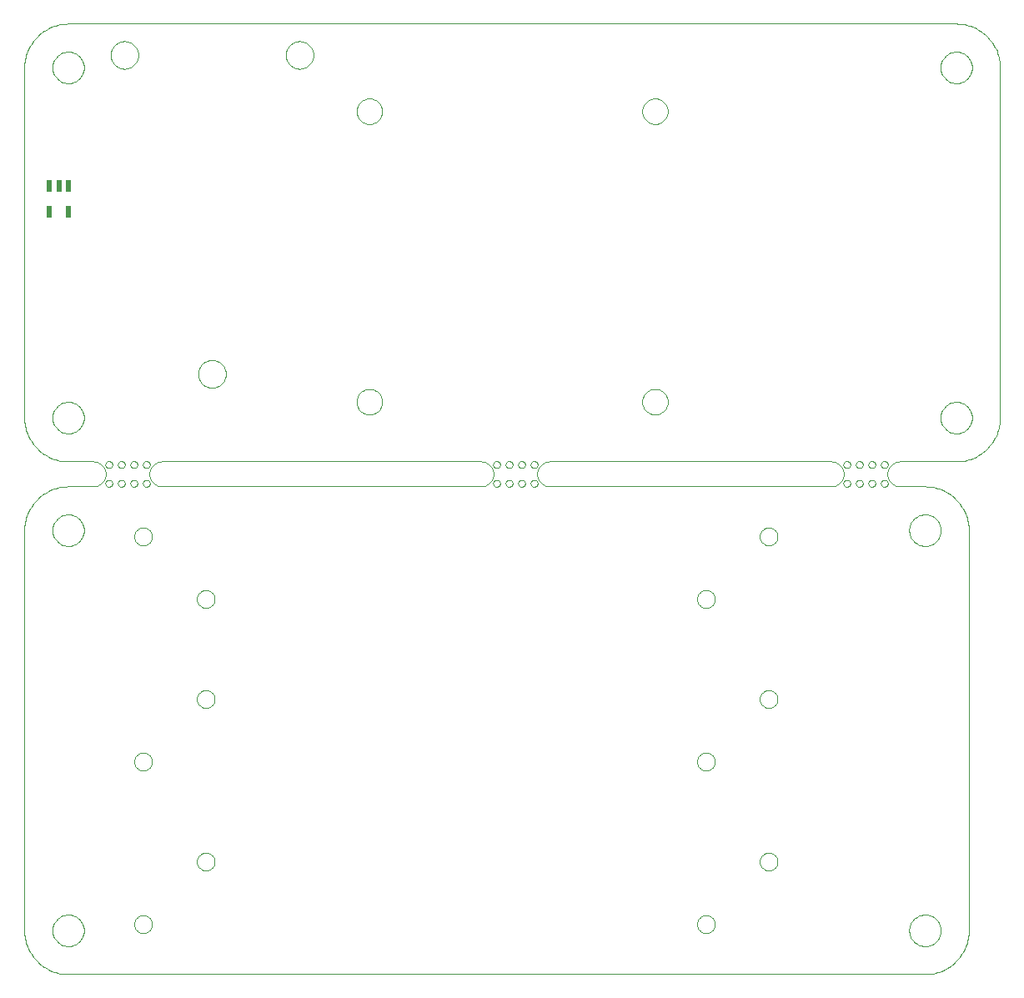
<source format=gtp>
G75*
G70*
%OFA0B0*%
%FSLAX24Y24*%
%IPPOS*%
%LPD*%
%AMOC8*
5,1,8,0,0,1.08239X$1,22.5*
%
%ADD10C,0.0000*%
%ADD11R,0.0217X0.0472*%
D10*
X001887Y002749D02*
X001887Y018749D01*
X003007Y018749D02*
X003009Y018799D01*
X003015Y018849D01*
X003025Y018898D01*
X003039Y018946D01*
X003056Y018993D01*
X003077Y019038D01*
X003102Y019082D01*
X003130Y019123D01*
X003162Y019162D01*
X003196Y019199D01*
X003233Y019233D01*
X003273Y019263D01*
X003315Y019290D01*
X003359Y019314D01*
X003405Y019335D01*
X003452Y019351D01*
X003500Y019364D01*
X003550Y019373D01*
X003599Y019378D01*
X003650Y019379D01*
X003700Y019376D01*
X003749Y019369D01*
X003798Y019358D01*
X003846Y019343D01*
X003892Y019325D01*
X003937Y019303D01*
X003980Y019277D01*
X004021Y019248D01*
X004060Y019216D01*
X004096Y019181D01*
X004128Y019143D01*
X004158Y019103D01*
X004185Y019060D01*
X004208Y019016D01*
X004227Y018970D01*
X004243Y018922D01*
X004255Y018873D01*
X004263Y018824D01*
X004267Y018774D01*
X004267Y018724D01*
X004263Y018674D01*
X004255Y018625D01*
X004243Y018576D01*
X004227Y018528D01*
X004208Y018482D01*
X004185Y018438D01*
X004158Y018395D01*
X004128Y018355D01*
X004096Y018317D01*
X004060Y018282D01*
X004021Y018250D01*
X003980Y018221D01*
X003937Y018195D01*
X003892Y018173D01*
X003846Y018155D01*
X003798Y018140D01*
X003749Y018129D01*
X003700Y018122D01*
X003650Y018119D01*
X003599Y018120D01*
X003550Y018125D01*
X003500Y018134D01*
X003452Y018147D01*
X003405Y018163D01*
X003359Y018184D01*
X003315Y018208D01*
X003273Y018235D01*
X003233Y018265D01*
X003196Y018299D01*
X003162Y018336D01*
X003130Y018375D01*
X003102Y018416D01*
X003077Y018460D01*
X003056Y018505D01*
X003039Y018552D01*
X003025Y018600D01*
X003015Y018649D01*
X003009Y018699D01*
X003007Y018749D01*
X001887Y018749D02*
X001889Y018832D01*
X001895Y018915D01*
X001905Y018998D01*
X001919Y019080D01*
X001936Y019162D01*
X001958Y019242D01*
X001983Y019321D01*
X002012Y019399D01*
X002045Y019476D01*
X002082Y019551D01*
X002121Y019624D01*
X002165Y019695D01*
X002211Y019764D01*
X002261Y019831D01*
X002314Y019895D01*
X002370Y019957D01*
X002429Y020016D01*
X002491Y020072D01*
X002555Y020125D01*
X002622Y020175D01*
X002691Y020221D01*
X002762Y020265D01*
X002835Y020304D01*
X002910Y020341D01*
X002987Y020374D01*
X003065Y020403D01*
X003144Y020428D01*
X003224Y020450D01*
X003306Y020467D01*
X003388Y020481D01*
X003471Y020491D01*
X003554Y020497D01*
X003637Y020499D01*
X004637Y020499D01*
X004681Y020501D01*
X004724Y020507D01*
X004766Y020516D01*
X004808Y020529D01*
X004848Y020546D01*
X004887Y020566D01*
X004924Y020589D01*
X004958Y020616D01*
X004991Y020645D01*
X005020Y020678D01*
X005047Y020712D01*
X005070Y020749D01*
X005090Y020788D01*
X005107Y020828D01*
X005120Y020870D01*
X005129Y020912D01*
X005135Y020955D01*
X005137Y020999D01*
X005124Y020624D02*
X005126Y020647D01*
X005132Y020670D01*
X005142Y020691D01*
X005155Y020711D01*
X005171Y020728D01*
X005190Y020742D01*
X005211Y020752D01*
X005233Y020759D01*
X005256Y020762D01*
X005280Y020761D01*
X005302Y020756D01*
X005324Y020747D01*
X005344Y020735D01*
X005362Y020719D01*
X005376Y020701D01*
X005388Y020681D01*
X005396Y020659D01*
X005400Y020636D01*
X005400Y020612D01*
X005396Y020589D01*
X005388Y020567D01*
X005376Y020547D01*
X005362Y020529D01*
X005344Y020513D01*
X005324Y020501D01*
X005302Y020492D01*
X005280Y020487D01*
X005256Y020486D01*
X005233Y020489D01*
X005211Y020496D01*
X005190Y020506D01*
X005171Y020520D01*
X005155Y020537D01*
X005142Y020557D01*
X005132Y020578D01*
X005126Y020601D01*
X005124Y020624D01*
X005137Y020999D02*
X005135Y021043D01*
X005129Y021086D01*
X005120Y021128D01*
X005107Y021170D01*
X005090Y021210D01*
X005070Y021249D01*
X005047Y021286D01*
X005020Y021320D01*
X004991Y021353D01*
X004958Y021382D01*
X004924Y021409D01*
X004887Y021432D01*
X004848Y021452D01*
X004808Y021469D01*
X004766Y021482D01*
X004724Y021491D01*
X004681Y021497D01*
X004637Y021499D01*
X003637Y021499D01*
X005124Y021374D02*
X005126Y021397D01*
X005132Y021420D01*
X005142Y021441D01*
X005155Y021461D01*
X005171Y021478D01*
X005190Y021492D01*
X005211Y021502D01*
X005233Y021509D01*
X005256Y021512D01*
X005280Y021511D01*
X005302Y021506D01*
X005324Y021497D01*
X005344Y021485D01*
X005362Y021469D01*
X005376Y021451D01*
X005388Y021431D01*
X005396Y021409D01*
X005400Y021386D01*
X005400Y021362D01*
X005396Y021339D01*
X005388Y021317D01*
X005376Y021297D01*
X005362Y021279D01*
X005344Y021263D01*
X005324Y021251D01*
X005302Y021242D01*
X005280Y021237D01*
X005256Y021236D01*
X005233Y021239D01*
X005211Y021246D01*
X005190Y021256D01*
X005171Y021270D01*
X005155Y021287D01*
X005142Y021307D01*
X005132Y021328D01*
X005126Y021351D01*
X005124Y021374D01*
X005624Y021374D02*
X005626Y021397D01*
X005632Y021420D01*
X005642Y021441D01*
X005655Y021461D01*
X005671Y021478D01*
X005690Y021492D01*
X005711Y021502D01*
X005733Y021509D01*
X005756Y021512D01*
X005780Y021511D01*
X005802Y021506D01*
X005824Y021497D01*
X005844Y021485D01*
X005862Y021469D01*
X005876Y021451D01*
X005888Y021431D01*
X005896Y021409D01*
X005900Y021386D01*
X005900Y021362D01*
X005896Y021339D01*
X005888Y021317D01*
X005876Y021297D01*
X005862Y021279D01*
X005844Y021263D01*
X005824Y021251D01*
X005802Y021242D01*
X005780Y021237D01*
X005756Y021236D01*
X005733Y021239D01*
X005711Y021246D01*
X005690Y021256D01*
X005671Y021270D01*
X005655Y021287D01*
X005642Y021307D01*
X005632Y021328D01*
X005626Y021351D01*
X005624Y021374D01*
X006124Y021374D02*
X006126Y021397D01*
X006132Y021420D01*
X006142Y021441D01*
X006155Y021461D01*
X006171Y021478D01*
X006190Y021492D01*
X006211Y021502D01*
X006233Y021509D01*
X006256Y021512D01*
X006280Y021511D01*
X006302Y021506D01*
X006324Y021497D01*
X006344Y021485D01*
X006362Y021469D01*
X006376Y021451D01*
X006388Y021431D01*
X006396Y021409D01*
X006400Y021386D01*
X006400Y021362D01*
X006396Y021339D01*
X006388Y021317D01*
X006376Y021297D01*
X006362Y021279D01*
X006344Y021263D01*
X006324Y021251D01*
X006302Y021242D01*
X006280Y021237D01*
X006256Y021236D01*
X006233Y021239D01*
X006211Y021246D01*
X006190Y021256D01*
X006171Y021270D01*
X006155Y021287D01*
X006142Y021307D01*
X006132Y021328D01*
X006126Y021351D01*
X006124Y021374D01*
X006624Y021374D02*
X006626Y021397D01*
X006632Y021420D01*
X006642Y021441D01*
X006655Y021461D01*
X006671Y021478D01*
X006690Y021492D01*
X006711Y021502D01*
X006733Y021509D01*
X006756Y021512D01*
X006780Y021511D01*
X006802Y021506D01*
X006824Y021497D01*
X006844Y021485D01*
X006862Y021469D01*
X006876Y021451D01*
X006888Y021431D01*
X006896Y021409D01*
X006900Y021386D01*
X006900Y021362D01*
X006896Y021339D01*
X006888Y021317D01*
X006876Y021297D01*
X006862Y021279D01*
X006844Y021263D01*
X006824Y021251D01*
X006802Y021242D01*
X006780Y021237D01*
X006756Y021236D01*
X006733Y021239D01*
X006711Y021246D01*
X006690Y021256D01*
X006671Y021270D01*
X006655Y021287D01*
X006642Y021307D01*
X006632Y021328D01*
X006626Y021351D01*
X006624Y021374D01*
X006624Y020624D02*
X006626Y020647D01*
X006632Y020670D01*
X006642Y020691D01*
X006655Y020711D01*
X006671Y020728D01*
X006690Y020742D01*
X006711Y020752D01*
X006733Y020759D01*
X006756Y020762D01*
X006780Y020761D01*
X006802Y020756D01*
X006824Y020747D01*
X006844Y020735D01*
X006862Y020719D01*
X006876Y020701D01*
X006888Y020681D01*
X006896Y020659D01*
X006900Y020636D01*
X006900Y020612D01*
X006896Y020589D01*
X006888Y020567D01*
X006876Y020547D01*
X006862Y020529D01*
X006844Y020513D01*
X006824Y020501D01*
X006802Y020492D01*
X006780Y020487D01*
X006756Y020486D01*
X006733Y020489D01*
X006711Y020496D01*
X006690Y020506D01*
X006671Y020520D01*
X006655Y020537D01*
X006642Y020557D01*
X006632Y020578D01*
X006626Y020601D01*
X006624Y020624D01*
X006124Y020624D02*
X006126Y020647D01*
X006132Y020670D01*
X006142Y020691D01*
X006155Y020711D01*
X006171Y020728D01*
X006190Y020742D01*
X006211Y020752D01*
X006233Y020759D01*
X006256Y020762D01*
X006280Y020761D01*
X006302Y020756D01*
X006324Y020747D01*
X006344Y020735D01*
X006362Y020719D01*
X006376Y020701D01*
X006388Y020681D01*
X006396Y020659D01*
X006400Y020636D01*
X006400Y020612D01*
X006396Y020589D01*
X006388Y020567D01*
X006376Y020547D01*
X006362Y020529D01*
X006344Y020513D01*
X006324Y020501D01*
X006302Y020492D01*
X006280Y020487D01*
X006256Y020486D01*
X006233Y020489D01*
X006211Y020496D01*
X006190Y020506D01*
X006171Y020520D01*
X006155Y020537D01*
X006142Y020557D01*
X006132Y020578D01*
X006126Y020601D01*
X006124Y020624D01*
X005624Y020624D02*
X005626Y020647D01*
X005632Y020670D01*
X005642Y020691D01*
X005655Y020711D01*
X005671Y020728D01*
X005690Y020742D01*
X005711Y020752D01*
X005733Y020759D01*
X005756Y020762D01*
X005780Y020761D01*
X005802Y020756D01*
X005824Y020747D01*
X005844Y020735D01*
X005862Y020719D01*
X005876Y020701D01*
X005888Y020681D01*
X005896Y020659D01*
X005900Y020636D01*
X005900Y020612D01*
X005896Y020589D01*
X005888Y020567D01*
X005876Y020547D01*
X005862Y020529D01*
X005844Y020513D01*
X005824Y020501D01*
X005802Y020492D01*
X005780Y020487D01*
X005756Y020486D01*
X005733Y020489D01*
X005711Y020496D01*
X005690Y020506D01*
X005671Y020520D01*
X005655Y020537D01*
X005642Y020557D01*
X005632Y020578D01*
X005626Y020601D01*
X005624Y020624D01*
X007387Y020499D02*
X020137Y020499D01*
X020181Y020501D01*
X020224Y020507D01*
X020266Y020516D01*
X020308Y020529D01*
X020348Y020546D01*
X020387Y020566D01*
X020424Y020589D01*
X020458Y020616D01*
X020491Y020645D01*
X020520Y020678D01*
X020547Y020712D01*
X020570Y020749D01*
X020590Y020788D01*
X020607Y020828D01*
X020620Y020870D01*
X020629Y020912D01*
X020635Y020955D01*
X020637Y020999D01*
X020624Y020624D02*
X020626Y020647D01*
X020632Y020670D01*
X020642Y020691D01*
X020655Y020711D01*
X020671Y020728D01*
X020690Y020742D01*
X020711Y020752D01*
X020733Y020759D01*
X020756Y020762D01*
X020780Y020761D01*
X020802Y020756D01*
X020824Y020747D01*
X020844Y020735D01*
X020862Y020719D01*
X020876Y020701D01*
X020888Y020681D01*
X020896Y020659D01*
X020900Y020636D01*
X020900Y020612D01*
X020896Y020589D01*
X020888Y020567D01*
X020876Y020547D01*
X020862Y020529D01*
X020844Y020513D01*
X020824Y020501D01*
X020802Y020492D01*
X020780Y020487D01*
X020756Y020486D01*
X020733Y020489D01*
X020711Y020496D01*
X020690Y020506D01*
X020671Y020520D01*
X020655Y020537D01*
X020642Y020557D01*
X020632Y020578D01*
X020626Y020601D01*
X020624Y020624D01*
X021124Y020624D02*
X021126Y020647D01*
X021132Y020670D01*
X021142Y020691D01*
X021155Y020711D01*
X021171Y020728D01*
X021190Y020742D01*
X021211Y020752D01*
X021233Y020759D01*
X021256Y020762D01*
X021280Y020761D01*
X021302Y020756D01*
X021324Y020747D01*
X021344Y020735D01*
X021362Y020719D01*
X021376Y020701D01*
X021388Y020681D01*
X021396Y020659D01*
X021400Y020636D01*
X021400Y020612D01*
X021396Y020589D01*
X021388Y020567D01*
X021376Y020547D01*
X021362Y020529D01*
X021344Y020513D01*
X021324Y020501D01*
X021302Y020492D01*
X021280Y020487D01*
X021256Y020486D01*
X021233Y020489D01*
X021211Y020496D01*
X021190Y020506D01*
X021171Y020520D01*
X021155Y020537D01*
X021142Y020557D01*
X021132Y020578D01*
X021126Y020601D01*
X021124Y020624D01*
X021624Y020624D02*
X021626Y020647D01*
X021632Y020670D01*
X021642Y020691D01*
X021655Y020711D01*
X021671Y020728D01*
X021690Y020742D01*
X021711Y020752D01*
X021733Y020759D01*
X021756Y020762D01*
X021780Y020761D01*
X021802Y020756D01*
X021824Y020747D01*
X021844Y020735D01*
X021862Y020719D01*
X021876Y020701D01*
X021888Y020681D01*
X021896Y020659D01*
X021900Y020636D01*
X021900Y020612D01*
X021896Y020589D01*
X021888Y020567D01*
X021876Y020547D01*
X021862Y020529D01*
X021844Y020513D01*
X021824Y020501D01*
X021802Y020492D01*
X021780Y020487D01*
X021756Y020486D01*
X021733Y020489D01*
X021711Y020496D01*
X021690Y020506D01*
X021671Y020520D01*
X021655Y020537D01*
X021642Y020557D01*
X021632Y020578D01*
X021626Y020601D01*
X021624Y020624D01*
X022124Y020624D02*
X022126Y020647D01*
X022132Y020670D01*
X022142Y020691D01*
X022155Y020711D01*
X022171Y020728D01*
X022190Y020742D01*
X022211Y020752D01*
X022233Y020759D01*
X022256Y020762D01*
X022280Y020761D01*
X022302Y020756D01*
X022324Y020747D01*
X022344Y020735D01*
X022362Y020719D01*
X022376Y020701D01*
X022388Y020681D01*
X022396Y020659D01*
X022400Y020636D01*
X022400Y020612D01*
X022396Y020589D01*
X022388Y020567D01*
X022376Y020547D01*
X022362Y020529D01*
X022344Y020513D01*
X022324Y020501D01*
X022302Y020492D01*
X022280Y020487D01*
X022256Y020486D01*
X022233Y020489D01*
X022211Y020496D01*
X022190Y020506D01*
X022171Y020520D01*
X022155Y020537D01*
X022142Y020557D01*
X022132Y020578D01*
X022126Y020601D01*
X022124Y020624D01*
X022124Y021374D02*
X022126Y021397D01*
X022132Y021420D01*
X022142Y021441D01*
X022155Y021461D01*
X022171Y021478D01*
X022190Y021492D01*
X022211Y021502D01*
X022233Y021509D01*
X022256Y021512D01*
X022280Y021511D01*
X022302Y021506D01*
X022324Y021497D01*
X022344Y021485D01*
X022362Y021469D01*
X022376Y021451D01*
X022388Y021431D01*
X022396Y021409D01*
X022400Y021386D01*
X022400Y021362D01*
X022396Y021339D01*
X022388Y021317D01*
X022376Y021297D01*
X022362Y021279D01*
X022344Y021263D01*
X022324Y021251D01*
X022302Y021242D01*
X022280Y021237D01*
X022256Y021236D01*
X022233Y021239D01*
X022211Y021246D01*
X022190Y021256D01*
X022171Y021270D01*
X022155Y021287D01*
X022142Y021307D01*
X022132Y021328D01*
X022126Y021351D01*
X022124Y021374D01*
X021624Y021374D02*
X021626Y021397D01*
X021632Y021420D01*
X021642Y021441D01*
X021655Y021461D01*
X021671Y021478D01*
X021690Y021492D01*
X021711Y021502D01*
X021733Y021509D01*
X021756Y021512D01*
X021780Y021511D01*
X021802Y021506D01*
X021824Y021497D01*
X021844Y021485D01*
X021862Y021469D01*
X021876Y021451D01*
X021888Y021431D01*
X021896Y021409D01*
X021900Y021386D01*
X021900Y021362D01*
X021896Y021339D01*
X021888Y021317D01*
X021876Y021297D01*
X021862Y021279D01*
X021844Y021263D01*
X021824Y021251D01*
X021802Y021242D01*
X021780Y021237D01*
X021756Y021236D01*
X021733Y021239D01*
X021711Y021246D01*
X021690Y021256D01*
X021671Y021270D01*
X021655Y021287D01*
X021642Y021307D01*
X021632Y021328D01*
X021626Y021351D01*
X021624Y021374D01*
X021124Y021374D02*
X021126Y021397D01*
X021132Y021420D01*
X021142Y021441D01*
X021155Y021461D01*
X021171Y021478D01*
X021190Y021492D01*
X021211Y021502D01*
X021233Y021509D01*
X021256Y021512D01*
X021280Y021511D01*
X021302Y021506D01*
X021324Y021497D01*
X021344Y021485D01*
X021362Y021469D01*
X021376Y021451D01*
X021388Y021431D01*
X021396Y021409D01*
X021400Y021386D01*
X021400Y021362D01*
X021396Y021339D01*
X021388Y021317D01*
X021376Y021297D01*
X021362Y021279D01*
X021344Y021263D01*
X021324Y021251D01*
X021302Y021242D01*
X021280Y021237D01*
X021256Y021236D01*
X021233Y021239D01*
X021211Y021246D01*
X021190Y021256D01*
X021171Y021270D01*
X021155Y021287D01*
X021142Y021307D01*
X021132Y021328D01*
X021126Y021351D01*
X021124Y021374D01*
X020624Y021374D02*
X020626Y021397D01*
X020632Y021420D01*
X020642Y021441D01*
X020655Y021461D01*
X020671Y021478D01*
X020690Y021492D01*
X020711Y021502D01*
X020733Y021509D01*
X020756Y021512D01*
X020780Y021511D01*
X020802Y021506D01*
X020824Y021497D01*
X020844Y021485D01*
X020862Y021469D01*
X020876Y021451D01*
X020888Y021431D01*
X020896Y021409D01*
X020900Y021386D01*
X020900Y021362D01*
X020896Y021339D01*
X020888Y021317D01*
X020876Y021297D01*
X020862Y021279D01*
X020844Y021263D01*
X020824Y021251D01*
X020802Y021242D01*
X020780Y021237D01*
X020756Y021236D01*
X020733Y021239D01*
X020711Y021246D01*
X020690Y021256D01*
X020671Y021270D01*
X020655Y021287D01*
X020642Y021307D01*
X020632Y021328D01*
X020626Y021351D01*
X020624Y021374D01*
X020137Y021499D02*
X007387Y021499D01*
X006887Y020999D02*
X006889Y020955D01*
X006895Y020912D01*
X006904Y020870D01*
X006917Y020828D01*
X006934Y020788D01*
X006954Y020749D01*
X006977Y020712D01*
X007004Y020678D01*
X007033Y020645D01*
X007066Y020616D01*
X007100Y020589D01*
X007137Y020566D01*
X007176Y020546D01*
X007216Y020529D01*
X007258Y020516D01*
X007300Y020507D01*
X007343Y020501D01*
X007387Y020499D01*
X006887Y020999D02*
X006889Y021043D01*
X006895Y021086D01*
X006904Y021128D01*
X006917Y021170D01*
X006934Y021210D01*
X006954Y021249D01*
X006977Y021286D01*
X007004Y021320D01*
X007033Y021353D01*
X007066Y021382D01*
X007100Y021409D01*
X007137Y021432D01*
X007176Y021452D01*
X007216Y021469D01*
X007258Y021482D01*
X007300Y021491D01*
X007343Y021497D01*
X007387Y021499D01*
X006280Y018501D02*
X006282Y018538D01*
X006288Y018575D01*
X006297Y018611D01*
X006311Y018645D01*
X006328Y018678D01*
X006348Y018710D01*
X006371Y018739D01*
X006397Y018765D01*
X006426Y018788D01*
X006457Y018808D01*
X006491Y018825D01*
X006525Y018839D01*
X006561Y018848D01*
X006598Y018854D01*
X006635Y018856D01*
X006672Y018854D01*
X006709Y018848D01*
X006745Y018839D01*
X006779Y018825D01*
X006812Y018808D01*
X006844Y018788D01*
X006873Y018765D01*
X006899Y018739D01*
X006922Y018710D01*
X006942Y018679D01*
X006959Y018645D01*
X006973Y018611D01*
X006982Y018575D01*
X006988Y018538D01*
X006990Y018501D01*
X006988Y018464D01*
X006982Y018427D01*
X006973Y018391D01*
X006959Y018357D01*
X006942Y018324D01*
X006922Y018292D01*
X006899Y018263D01*
X006873Y018237D01*
X006844Y018214D01*
X006813Y018194D01*
X006779Y018177D01*
X006745Y018163D01*
X006709Y018154D01*
X006672Y018148D01*
X006635Y018146D01*
X006598Y018148D01*
X006561Y018154D01*
X006525Y018163D01*
X006491Y018177D01*
X006458Y018194D01*
X006426Y018214D01*
X006397Y018237D01*
X006371Y018263D01*
X006348Y018292D01*
X006328Y018323D01*
X006311Y018357D01*
X006297Y018391D01*
X006288Y018427D01*
X006282Y018464D01*
X006280Y018501D01*
X008784Y015998D02*
X008786Y016035D01*
X008792Y016072D01*
X008801Y016108D01*
X008815Y016142D01*
X008832Y016175D01*
X008852Y016207D01*
X008875Y016236D01*
X008901Y016262D01*
X008930Y016285D01*
X008961Y016305D01*
X008995Y016322D01*
X009029Y016336D01*
X009065Y016345D01*
X009102Y016351D01*
X009139Y016353D01*
X009176Y016351D01*
X009213Y016345D01*
X009249Y016336D01*
X009283Y016322D01*
X009316Y016305D01*
X009348Y016285D01*
X009377Y016262D01*
X009403Y016236D01*
X009426Y016207D01*
X009446Y016176D01*
X009463Y016142D01*
X009477Y016108D01*
X009486Y016072D01*
X009492Y016035D01*
X009494Y015998D01*
X009492Y015961D01*
X009486Y015924D01*
X009477Y015888D01*
X009463Y015854D01*
X009446Y015821D01*
X009426Y015789D01*
X009403Y015760D01*
X009377Y015734D01*
X009348Y015711D01*
X009317Y015691D01*
X009283Y015674D01*
X009249Y015660D01*
X009213Y015651D01*
X009176Y015645D01*
X009139Y015643D01*
X009102Y015645D01*
X009065Y015651D01*
X009029Y015660D01*
X008995Y015674D01*
X008962Y015691D01*
X008930Y015711D01*
X008901Y015734D01*
X008875Y015760D01*
X008852Y015789D01*
X008832Y015820D01*
X008815Y015854D01*
X008801Y015888D01*
X008792Y015924D01*
X008786Y015961D01*
X008784Y015998D01*
X008784Y012001D02*
X008786Y012038D01*
X008792Y012075D01*
X008801Y012111D01*
X008815Y012145D01*
X008832Y012178D01*
X008852Y012210D01*
X008875Y012239D01*
X008901Y012265D01*
X008930Y012288D01*
X008961Y012308D01*
X008995Y012325D01*
X009029Y012339D01*
X009065Y012348D01*
X009102Y012354D01*
X009139Y012356D01*
X009176Y012354D01*
X009213Y012348D01*
X009249Y012339D01*
X009283Y012325D01*
X009316Y012308D01*
X009348Y012288D01*
X009377Y012265D01*
X009403Y012239D01*
X009426Y012210D01*
X009446Y012179D01*
X009463Y012145D01*
X009477Y012111D01*
X009486Y012075D01*
X009492Y012038D01*
X009494Y012001D01*
X009492Y011964D01*
X009486Y011927D01*
X009477Y011891D01*
X009463Y011857D01*
X009446Y011824D01*
X009426Y011792D01*
X009403Y011763D01*
X009377Y011737D01*
X009348Y011714D01*
X009317Y011694D01*
X009283Y011677D01*
X009249Y011663D01*
X009213Y011654D01*
X009176Y011648D01*
X009139Y011646D01*
X009102Y011648D01*
X009065Y011654D01*
X009029Y011663D01*
X008995Y011677D01*
X008962Y011694D01*
X008930Y011714D01*
X008901Y011737D01*
X008875Y011763D01*
X008852Y011792D01*
X008832Y011823D01*
X008815Y011857D01*
X008801Y011891D01*
X008792Y011927D01*
X008786Y011964D01*
X008784Y012001D01*
X006280Y009498D02*
X006282Y009535D01*
X006288Y009572D01*
X006297Y009608D01*
X006311Y009642D01*
X006328Y009675D01*
X006348Y009707D01*
X006371Y009736D01*
X006397Y009762D01*
X006426Y009785D01*
X006457Y009805D01*
X006491Y009822D01*
X006525Y009836D01*
X006561Y009845D01*
X006598Y009851D01*
X006635Y009853D01*
X006672Y009851D01*
X006709Y009845D01*
X006745Y009836D01*
X006779Y009822D01*
X006812Y009805D01*
X006844Y009785D01*
X006873Y009762D01*
X006899Y009736D01*
X006922Y009707D01*
X006942Y009676D01*
X006959Y009642D01*
X006973Y009608D01*
X006982Y009572D01*
X006988Y009535D01*
X006990Y009498D01*
X006988Y009461D01*
X006982Y009424D01*
X006973Y009388D01*
X006959Y009354D01*
X006942Y009321D01*
X006922Y009289D01*
X006899Y009260D01*
X006873Y009234D01*
X006844Y009211D01*
X006813Y009191D01*
X006779Y009174D01*
X006745Y009160D01*
X006709Y009151D01*
X006672Y009145D01*
X006635Y009143D01*
X006598Y009145D01*
X006561Y009151D01*
X006525Y009160D01*
X006491Y009174D01*
X006458Y009191D01*
X006426Y009211D01*
X006397Y009234D01*
X006371Y009260D01*
X006348Y009289D01*
X006328Y009320D01*
X006311Y009354D01*
X006297Y009388D01*
X006288Y009424D01*
X006282Y009461D01*
X006280Y009498D01*
X008784Y005501D02*
X008786Y005538D01*
X008792Y005575D01*
X008801Y005611D01*
X008815Y005645D01*
X008832Y005678D01*
X008852Y005710D01*
X008875Y005739D01*
X008901Y005765D01*
X008930Y005788D01*
X008961Y005808D01*
X008995Y005825D01*
X009029Y005839D01*
X009065Y005848D01*
X009102Y005854D01*
X009139Y005856D01*
X009176Y005854D01*
X009213Y005848D01*
X009249Y005839D01*
X009283Y005825D01*
X009316Y005808D01*
X009348Y005788D01*
X009377Y005765D01*
X009403Y005739D01*
X009426Y005710D01*
X009446Y005679D01*
X009463Y005645D01*
X009477Y005611D01*
X009486Y005575D01*
X009492Y005538D01*
X009494Y005501D01*
X009492Y005464D01*
X009486Y005427D01*
X009477Y005391D01*
X009463Y005357D01*
X009446Y005324D01*
X009426Y005292D01*
X009403Y005263D01*
X009377Y005237D01*
X009348Y005214D01*
X009317Y005194D01*
X009283Y005177D01*
X009249Y005163D01*
X009213Y005154D01*
X009176Y005148D01*
X009139Y005146D01*
X009102Y005148D01*
X009065Y005154D01*
X009029Y005163D01*
X008995Y005177D01*
X008962Y005194D01*
X008930Y005214D01*
X008901Y005237D01*
X008875Y005263D01*
X008852Y005292D01*
X008832Y005323D01*
X008815Y005357D01*
X008801Y005391D01*
X008792Y005427D01*
X008786Y005464D01*
X008784Y005501D01*
X006280Y002998D02*
X006282Y003035D01*
X006288Y003072D01*
X006297Y003108D01*
X006311Y003142D01*
X006328Y003175D01*
X006348Y003207D01*
X006371Y003236D01*
X006397Y003262D01*
X006426Y003285D01*
X006457Y003305D01*
X006491Y003322D01*
X006525Y003336D01*
X006561Y003345D01*
X006598Y003351D01*
X006635Y003353D01*
X006672Y003351D01*
X006709Y003345D01*
X006745Y003336D01*
X006779Y003322D01*
X006812Y003305D01*
X006844Y003285D01*
X006873Y003262D01*
X006899Y003236D01*
X006922Y003207D01*
X006942Y003176D01*
X006959Y003142D01*
X006973Y003108D01*
X006982Y003072D01*
X006988Y003035D01*
X006990Y002998D01*
X006988Y002961D01*
X006982Y002924D01*
X006973Y002888D01*
X006959Y002854D01*
X006942Y002821D01*
X006922Y002789D01*
X006899Y002760D01*
X006873Y002734D01*
X006844Y002711D01*
X006813Y002691D01*
X006779Y002674D01*
X006745Y002660D01*
X006709Y002651D01*
X006672Y002645D01*
X006635Y002643D01*
X006598Y002645D01*
X006561Y002651D01*
X006525Y002660D01*
X006491Y002674D01*
X006458Y002691D01*
X006426Y002711D01*
X006397Y002734D01*
X006371Y002760D01*
X006348Y002789D01*
X006328Y002820D01*
X006311Y002854D01*
X006297Y002888D01*
X006288Y002924D01*
X006282Y002961D01*
X006280Y002998D01*
X003007Y002749D02*
X003009Y002799D01*
X003015Y002849D01*
X003025Y002898D01*
X003039Y002946D01*
X003056Y002993D01*
X003077Y003038D01*
X003102Y003082D01*
X003130Y003123D01*
X003162Y003162D01*
X003196Y003199D01*
X003233Y003233D01*
X003273Y003263D01*
X003315Y003290D01*
X003359Y003314D01*
X003405Y003335D01*
X003452Y003351D01*
X003500Y003364D01*
X003550Y003373D01*
X003599Y003378D01*
X003650Y003379D01*
X003700Y003376D01*
X003749Y003369D01*
X003798Y003358D01*
X003846Y003343D01*
X003892Y003325D01*
X003937Y003303D01*
X003980Y003277D01*
X004021Y003248D01*
X004060Y003216D01*
X004096Y003181D01*
X004128Y003143D01*
X004158Y003103D01*
X004185Y003060D01*
X004208Y003016D01*
X004227Y002970D01*
X004243Y002922D01*
X004255Y002873D01*
X004263Y002824D01*
X004267Y002774D01*
X004267Y002724D01*
X004263Y002674D01*
X004255Y002625D01*
X004243Y002576D01*
X004227Y002528D01*
X004208Y002482D01*
X004185Y002438D01*
X004158Y002395D01*
X004128Y002355D01*
X004096Y002317D01*
X004060Y002282D01*
X004021Y002250D01*
X003980Y002221D01*
X003937Y002195D01*
X003892Y002173D01*
X003846Y002155D01*
X003798Y002140D01*
X003749Y002129D01*
X003700Y002122D01*
X003650Y002119D01*
X003599Y002120D01*
X003550Y002125D01*
X003500Y002134D01*
X003452Y002147D01*
X003405Y002163D01*
X003359Y002184D01*
X003315Y002208D01*
X003273Y002235D01*
X003233Y002265D01*
X003196Y002299D01*
X003162Y002336D01*
X003130Y002375D01*
X003102Y002416D01*
X003077Y002460D01*
X003056Y002505D01*
X003039Y002552D01*
X003025Y002600D01*
X003015Y002649D01*
X003009Y002699D01*
X003007Y002749D01*
X001887Y002749D02*
X001889Y002666D01*
X001895Y002583D01*
X001905Y002500D01*
X001919Y002418D01*
X001936Y002336D01*
X001958Y002256D01*
X001983Y002177D01*
X002012Y002099D01*
X002045Y002022D01*
X002082Y001947D01*
X002121Y001874D01*
X002165Y001803D01*
X002211Y001734D01*
X002261Y001667D01*
X002314Y001603D01*
X002370Y001541D01*
X002429Y001482D01*
X002491Y001426D01*
X002555Y001373D01*
X002622Y001323D01*
X002691Y001277D01*
X002762Y001233D01*
X002835Y001194D01*
X002910Y001157D01*
X002987Y001124D01*
X003065Y001095D01*
X003144Y001070D01*
X003224Y001048D01*
X003306Y001031D01*
X003388Y001017D01*
X003471Y001007D01*
X003554Y001001D01*
X003637Y000999D01*
X037887Y000999D01*
X037257Y002749D02*
X037259Y002799D01*
X037265Y002849D01*
X037275Y002898D01*
X037289Y002946D01*
X037306Y002993D01*
X037327Y003038D01*
X037352Y003082D01*
X037380Y003123D01*
X037412Y003162D01*
X037446Y003199D01*
X037483Y003233D01*
X037523Y003263D01*
X037565Y003290D01*
X037609Y003314D01*
X037655Y003335D01*
X037702Y003351D01*
X037750Y003364D01*
X037800Y003373D01*
X037849Y003378D01*
X037900Y003379D01*
X037950Y003376D01*
X037999Y003369D01*
X038048Y003358D01*
X038096Y003343D01*
X038142Y003325D01*
X038187Y003303D01*
X038230Y003277D01*
X038271Y003248D01*
X038310Y003216D01*
X038346Y003181D01*
X038378Y003143D01*
X038408Y003103D01*
X038435Y003060D01*
X038458Y003016D01*
X038477Y002970D01*
X038493Y002922D01*
X038505Y002873D01*
X038513Y002824D01*
X038517Y002774D01*
X038517Y002724D01*
X038513Y002674D01*
X038505Y002625D01*
X038493Y002576D01*
X038477Y002528D01*
X038458Y002482D01*
X038435Y002438D01*
X038408Y002395D01*
X038378Y002355D01*
X038346Y002317D01*
X038310Y002282D01*
X038271Y002250D01*
X038230Y002221D01*
X038187Y002195D01*
X038142Y002173D01*
X038096Y002155D01*
X038048Y002140D01*
X037999Y002129D01*
X037950Y002122D01*
X037900Y002119D01*
X037849Y002120D01*
X037800Y002125D01*
X037750Y002134D01*
X037702Y002147D01*
X037655Y002163D01*
X037609Y002184D01*
X037565Y002208D01*
X037523Y002235D01*
X037483Y002265D01*
X037446Y002299D01*
X037412Y002336D01*
X037380Y002375D01*
X037352Y002416D01*
X037327Y002460D01*
X037306Y002505D01*
X037289Y002552D01*
X037275Y002600D01*
X037265Y002649D01*
X037259Y002699D01*
X037257Y002749D01*
X037887Y000999D02*
X037970Y001001D01*
X038053Y001007D01*
X038136Y001017D01*
X038218Y001031D01*
X038300Y001048D01*
X038380Y001070D01*
X038459Y001095D01*
X038537Y001124D01*
X038614Y001157D01*
X038689Y001194D01*
X038762Y001233D01*
X038833Y001277D01*
X038902Y001323D01*
X038969Y001373D01*
X039033Y001426D01*
X039095Y001482D01*
X039154Y001541D01*
X039210Y001603D01*
X039263Y001667D01*
X039313Y001734D01*
X039359Y001803D01*
X039403Y001874D01*
X039442Y001947D01*
X039479Y002022D01*
X039512Y002099D01*
X039541Y002177D01*
X039566Y002256D01*
X039588Y002336D01*
X039605Y002418D01*
X039619Y002500D01*
X039629Y002583D01*
X039635Y002666D01*
X039637Y002749D01*
X039637Y018749D01*
X037257Y018749D02*
X037259Y018799D01*
X037265Y018849D01*
X037275Y018898D01*
X037289Y018946D01*
X037306Y018993D01*
X037327Y019038D01*
X037352Y019082D01*
X037380Y019123D01*
X037412Y019162D01*
X037446Y019199D01*
X037483Y019233D01*
X037523Y019263D01*
X037565Y019290D01*
X037609Y019314D01*
X037655Y019335D01*
X037702Y019351D01*
X037750Y019364D01*
X037800Y019373D01*
X037849Y019378D01*
X037900Y019379D01*
X037950Y019376D01*
X037999Y019369D01*
X038048Y019358D01*
X038096Y019343D01*
X038142Y019325D01*
X038187Y019303D01*
X038230Y019277D01*
X038271Y019248D01*
X038310Y019216D01*
X038346Y019181D01*
X038378Y019143D01*
X038408Y019103D01*
X038435Y019060D01*
X038458Y019016D01*
X038477Y018970D01*
X038493Y018922D01*
X038505Y018873D01*
X038513Y018824D01*
X038517Y018774D01*
X038517Y018724D01*
X038513Y018674D01*
X038505Y018625D01*
X038493Y018576D01*
X038477Y018528D01*
X038458Y018482D01*
X038435Y018438D01*
X038408Y018395D01*
X038378Y018355D01*
X038346Y018317D01*
X038310Y018282D01*
X038271Y018250D01*
X038230Y018221D01*
X038187Y018195D01*
X038142Y018173D01*
X038096Y018155D01*
X038048Y018140D01*
X037999Y018129D01*
X037950Y018122D01*
X037900Y018119D01*
X037849Y018120D01*
X037800Y018125D01*
X037750Y018134D01*
X037702Y018147D01*
X037655Y018163D01*
X037609Y018184D01*
X037565Y018208D01*
X037523Y018235D01*
X037483Y018265D01*
X037446Y018299D01*
X037412Y018336D01*
X037380Y018375D01*
X037352Y018416D01*
X037327Y018460D01*
X037306Y018505D01*
X037289Y018552D01*
X037275Y018600D01*
X037265Y018649D01*
X037259Y018699D01*
X037257Y018749D01*
X037887Y020499D02*
X037970Y020497D01*
X038053Y020491D01*
X038136Y020481D01*
X038218Y020467D01*
X038300Y020450D01*
X038380Y020428D01*
X038459Y020403D01*
X038537Y020374D01*
X038614Y020341D01*
X038689Y020304D01*
X038762Y020265D01*
X038833Y020221D01*
X038902Y020175D01*
X038969Y020125D01*
X039033Y020072D01*
X039095Y020016D01*
X039154Y019957D01*
X039210Y019895D01*
X039263Y019831D01*
X039313Y019764D01*
X039359Y019695D01*
X039403Y019624D01*
X039442Y019551D01*
X039479Y019476D01*
X039512Y019399D01*
X039541Y019321D01*
X039566Y019242D01*
X039588Y019162D01*
X039605Y019080D01*
X039619Y018998D01*
X039629Y018915D01*
X039635Y018832D01*
X039637Y018749D01*
X037887Y020499D02*
X036887Y020499D01*
X036387Y020999D02*
X036389Y021043D01*
X036395Y021086D01*
X036404Y021128D01*
X036417Y021170D01*
X036434Y021210D01*
X036454Y021249D01*
X036477Y021286D01*
X036504Y021320D01*
X036533Y021353D01*
X036566Y021382D01*
X036600Y021409D01*
X036637Y021432D01*
X036676Y021452D01*
X036716Y021469D01*
X036758Y021482D01*
X036800Y021491D01*
X036843Y021497D01*
X036887Y021499D01*
X039137Y021499D01*
X038507Y023249D02*
X038509Y023299D01*
X038515Y023349D01*
X038525Y023398D01*
X038539Y023446D01*
X038556Y023493D01*
X038577Y023538D01*
X038602Y023582D01*
X038630Y023623D01*
X038662Y023662D01*
X038696Y023699D01*
X038733Y023733D01*
X038773Y023763D01*
X038815Y023790D01*
X038859Y023814D01*
X038905Y023835D01*
X038952Y023851D01*
X039000Y023864D01*
X039050Y023873D01*
X039099Y023878D01*
X039150Y023879D01*
X039200Y023876D01*
X039249Y023869D01*
X039298Y023858D01*
X039346Y023843D01*
X039392Y023825D01*
X039437Y023803D01*
X039480Y023777D01*
X039521Y023748D01*
X039560Y023716D01*
X039596Y023681D01*
X039628Y023643D01*
X039658Y023603D01*
X039685Y023560D01*
X039708Y023516D01*
X039727Y023470D01*
X039743Y023422D01*
X039755Y023373D01*
X039763Y023324D01*
X039767Y023274D01*
X039767Y023224D01*
X039763Y023174D01*
X039755Y023125D01*
X039743Y023076D01*
X039727Y023028D01*
X039708Y022982D01*
X039685Y022938D01*
X039658Y022895D01*
X039628Y022855D01*
X039596Y022817D01*
X039560Y022782D01*
X039521Y022750D01*
X039480Y022721D01*
X039437Y022695D01*
X039392Y022673D01*
X039346Y022655D01*
X039298Y022640D01*
X039249Y022629D01*
X039200Y022622D01*
X039150Y022619D01*
X039099Y022620D01*
X039050Y022625D01*
X039000Y022634D01*
X038952Y022647D01*
X038905Y022663D01*
X038859Y022684D01*
X038815Y022708D01*
X038773Y022735D01*
X038733Y022765D01*
X038696Y022799D01*
X038662Y022836D01*
X038630Y022875D01*
X038602Y022916D01*
X038577Y022960D01*
X038556Y023005D01*
X038539Y023052D01*
X038525Y023100D01*
X038515Y023149D01*
X038509Y023199D01*
X038507Y023249D01*
X039137Y021499D02*
X039220Y021501D01*
X039303Y021507D01*
X039386Y021517D01*
X039468Y021531D01*
X039550Y021548D01*
X039630Y021570D01*
X039709Y021595D01*
X039787Y021624D01*
X039864Y021657D01*
X039939Y021694D01*
X040012Y021733D01*
X040083Y021777D01*
X040152Y021823D01*
X040219Y021873D01*
X040283Y021926D01*
X040345Y021982D01*
X040404Y022041D01*
X040460Y022103D01*
X040513Y022167D01*
X040563Y022234D01*
X040609Y022303D01*
X040653Y022374D01*
X040692Y022447D01*
X040729Y022522D01*
X040762Y022599D01*
X040791Y022677D01*
X040816Y022756D01*
X040838Y022836D01*
X040855Y022918D01*
X040869Y023000D01*
X040879Y023083D01*
X040885Y023166D01*
X040887Y023249D01*
X040887Y037249D01*
X038507Y037249D02*
X038509Y037299D01*
X038515Y037349D01*
X038525Y037398D01*
X038539Y037446D01*
X038556Y037493D01*
X038577Y037538D01*
X038602Y037582D01*
X038630Y037623D01*
X038662Y037662D01*
X038696Y037699D01*
X038733Y037733D01*
X038773Y037763D01*
X038815Y037790D01*
X038859Y037814D01*
X038905Y037835D01*
X038952Y037851D01*
X039000Y037864D01*
X039050Y037873D01*
X039099Y037878D01*
X039150Y037879D01*
X039200Y037876D01*
X039249Y037869D01*
X039298Y037858D01*
X039346Y037843D01*
X039392Y037825D01*
X039437Y037803D01*
X039480Y037777D01*
X039521Y037748D01*
X039560Y037716D01*
X039596Y037681D01*
X039628Y037643D01*
X039658Y037603D01*
X039685Y037560D01*
X039708Y037516D01*
X039727Y037470D01*
X039743Y037422D01*
X039755Y037373D01*
X039763Y037324D01*
X039767Y037274D01*
X039767Y037224D01*
X039763Y037174D01*
X039755Y037125D01*
X039743Y037076D01*
X039727Y037028D01*
X039708Y036982D01*
X039685Y036938D01*
X039658Y036895D01*
X039628Y036855D01*
X039596Y036817D01*
X039560Y036782D01*
X039521Y036750D01*
X039480Y036721D01*
X039437Y036695D01*
X039392Y036673D01*
X039346Y036655D01*
X039298Y036640D01*
X039249Y036629D01*
X039200Y036622D01*
X039150Y036619D01*
X039099Y036620D01*
X039050Y036625D01*
X039000Y036634D01*
X038952Y036647D01*
X038905Y036663D01*
X038859Y036684D01*
X038815Y036708D01*
X038773Y036735D01*
X038733Y036765D01*
X038696Y036799D01*
X038662Y036836D01*
X038630Y036875D01*
X038602Y036916D01*
X038577Y036960D01*
X038556Y037005D01*
X038539Y037052D01*
X038525Y037100D01*
X038515Y037149D01*
X038509Y037199D01*
X038507Y037249D01*
X039137Y038999D02*
X039220Y038997D01*
X039303Y038991D01*
X039386Y038981D01*
X039468Y038967D01*
X039550Y038950D01*
X039630Y038928D01*
X039709Y038903D01*
X039787Y038874D01*
X039864Y038841D01*
X039939Y038804D01*
X040012Y038765D01*
X040083Y038721D01*
X040152Y038675D01*
X040219Y038625D01*
X040283Y038572D01*
X040345Y038516D01*
X040404Y038457D01*
X040460Y038395D01*
X040513Y038331D01*
X040563Y038264D01*
X040609Y038195D01*
X040653Y038124D01*
X040692Y038051D01*
X040729Y037976D01*
X040762Y037899D01*
X040791Y037821D01*
X040816Y037742D01*
X040838Y037662D01*
X040855Y037580D01*
X040869Y037498D01*
X040879Y037415D01*
X040885Y037332D01*
X040887Y037249D01*
X039137Y038999D02*
X003637Y038999D01*
X003007Y037249D02*
X003009Y037299D01*
X003015Y037349D01*
X003025Y037398D01*
X003039Y037446D01*
X003056Y037493D01*
X003077Y037538D01*
X003102Y037582D01*
X003130Y037623D01*
X003162Y037662D01*
X003196Y037699D01*
X003233Y037733D01*
X003273Y037763D01*
X003315Y037790D01*
X003359Y037814D01*
X003405Y037835D01*
X003452Y037851D01*
X003500Y037864D01*
X003550Y037873D01*
X003599Y037878D01*
X003650Y037879D01*
X003700Y037876D01*
X003749Y037869D01*
X003798Y037858D01*
X003846Y037843D01*
X003892Y037825D01*
X003937Y037803D01*
X003980Y037777D01*
X004021Y037748D01*
X004060Y037716D01*
X004096Y037681D01*
X004128Y037643D01*
X004158Y037603D01*
X004185Y037560D01*
X004208Y037516D01*
X004227Y037470D01*
X004243Y037422D01*
X004255Y037373D01*
X004263Y037324D01*
X004267Y037274D01*
X004267Y037224D01*
X004263Y037174D01*
X004255Y037125D01*
X004243Y037076D01*
X004227Y037028D01*
X004208Y036982D01*
X004185Y036938D01*
X004158Y036895D01*
X004128Y036855D01*
X004096Y036817D01*
X004060Y036782D01*
X004021Y036750D01*
X003980Y036721D01*
X003937Y036695D01*
X003892Y036673D01*
X003846Y036655D01*
X003798Y036640D01*
X003749Y036629D01*
X003700Y036622D01*
X003650Y036619D01*
X003599Y036620D01*
X003550Y036625D01*
X003500Y036634D01*
X003452Y036647D01*
X003405Y036663D01*
X003359Y036684D01*
X003315Y036708D01*
X003273Y036735D01*
X003233Y036765D01*
X003196Y036799D01*
X003162Y036836D01*
X003130Y036875D01*
X003102Y036916D01*
X003077Y036960D01*
X003056Y037005D01*
X003039Y037052D01*
X003025Y037100D01*
X003015Y037149D01*
X003009Y037199D01*
X003007Y037249D01*
X001887Y037249D02*
X001889Y037332D01*
X001895Y037415D01*
X001905Y037498D01*
X001919Y037580D01*
X001936Y037662D01*
X001958Y037742D01*
X001983Y037821D01*
X002012Y037899D01*
X002045Y037976D01*
X002082Y038051D01*
X002121Y038124D01*
X002165Y038195D01*
X002211Y038264D01*
X002261Y038331D01*
X002314Y038395D01*
X002370Y038457D01*
X002429Y038516D01*
X002491Y038572D01*
X002555Y038625D01*
X002622Y038675D01*
X002691Y038721D01*
X002762Y038765D01*
X002835Y038804D01*
X002910Y038841D01*
X002987Y038874D01*
X003065Y038903D01*
X003144Y038928D01*
X003224Y038950D01*
X003306Y038967D01*
X003388Y038981D01*
X003471Y038991D01*
X003554Y038997D01*
X003637Y038999D01*
X001887Y037249D02*
X001887Y023249D01*
X003007Y023249D02*
X003009Y023299D01*
X003015Y023349D01*
X003025Y023398D01*
X003039Y023446D01*
X003056Y023493D01*
X003077Y023538D01*
X003102Y023582D01*
X003130Y023623D01*
X003162Y023662D01*
X003196Y023699D01*
X003233Y023733D01*
X003273Y023763D01*
X003315Y023790D01*
X003359Y023814D01*
X003405Y023835D01*
X003452Y023851D01*
X003500Y023864D01*
X003550Y023873D01*
X003599Y023878D01*
X003650Y023879D01*
X003700Y023876D01*
X003749Y023869D01*
X003798Y023858D01*
X003846Y023843D01*
X003892Y023825D01*
X003937Y023803D01*
X003980Y023777D01*
X004021Y023748D01*
X004060Y023716D01*
X004096Y023681D01*
X004128Y023643D01*
X004158Y023603D01*
X004185Y023560D01*
X004208Y023516D01*
X004227Y023470D01*
X004243Y023422D01*
X004255Y023373D01*
X004263Y023324D01*
X004267Y023274D01*
X004267Y023224D01*
X004263Y023174D01*
X004255Y023125D01*
X004243Y023076D01*
X004227Y023028D01*
X004208Y022982D01*
X004185Y022938D01*
X004158Y022895D01*
X004128Y022855D01*
X004096Y022817D01*
X004060Y022782D01*
X004021Y022750D01*
X003980Y022721D01*
X003937Y022695D01*
X003892Y022673D01*
X003846Y022655D01*
X003798Y022640D01*
X003749Y022629D01*
X003700Y022622D01*
X003650Y022619D01*
X003599Y022620D01*
X003550Y022625D01*
X003500Y022634D01*
X003452Y022647D01*
X003405Y022663D01*
X003359Y022684D01*
X003315Y022708D01*
X003273Y022735D01*
X003233Y022765D01*
X003196Y022799D01*
X003162Y022836D01*
X003130Y022875D01*
X003102Y022916D01*
X003077Y022960D01*
X003056Y023005D01*
X003039Y023052D01*
X003025Y023100D01*
X003015Y023149D01*
X003009Y023199D01*
X003007Y023249D01*
X001887Y023249D02*
X001889Y023166D01*
X001895Y023083D01*
X001905Y023000D01*
X001919Y022918D01*
X001936Y022836D01*
X001958Y022756D01*
X001983Y022677D01*
X002012Y022599D01*
X002045Y022522D01*
X002082Y022447D01*
X002121Y022374D01*
X002165Y022303D01*
X002211Y022234D01*
X002261Y022167D01*
X002314Y022103D01*
X002370Y022041D01*
X002429Y021982D01*
X002491Y021926D01*
X002555Y021873D01*
X002622Y021823D01*
X002691Y021777D01*
X002762Y021733D01*
X002835Y021694D01*
X002910Y021657D01*
X002987Y021624D01*
X003065Y021595D01*
X003144Y021570D01*
X003224Y021548D01*
X003306Y021531D01*
X003388Y021517D01*
X003471Y021507D01*
X003554Y021501D01*
X003637Y021499D01*
X008836Y024999D02*
X008838Y025046D01*
X008844Y025092D01*
X008854Y025138D01*
X008867Y025183D01*
X008885Y025226D01*
X008906Y025268D01*
X008930Y025308D01*
X008958Y025345D01*
X008989Y025380D01*
X009023Y025413D01*
X009059Y025442D01*
X009098Y025468D01*
X009139Y025491D01*
X009182Y025510D01*
X009226Y025526D01*
X009271Y025538D01*
X009317Y025546D01*
X009364Y025550D01*
X009410Y025550D01*
X009457Y025546D01*
X009503Y025538D01*
X009548Y025526D01*
X009592Y025510D01*
X009635Y025491D01*
X009676Y025468D01*
X009715Y025442D01*
X009751Y025413D01*
X009785Y025380D01*
X009816Y025345D01*
X009844Y025308D01*
X009868Y025268D01*
X009889Y025226D01*
X009907Y025183D01*
X009920Y025138D01*
X009930Y025092D01*
X009936Y025046D01*
X009938Y024999D01*
X009936Y024952D01*
X009930Y024906D01*
X009920Y024860D01*
X009907Y024815D01*
X009889Y024772D01*
X009868Y024730D01*
X009844Y024690D01*
X009816Y024653D01*
X009785Y024618D01*
X009751Y024585D01*
X009715Y024556D01*
X009676Y024530D01*
X009635Y024507D01*
X009592Y024488D01*
X009548Y024472D01*
X009503Y024460D01*
X009457Y024452D01*
X009410Y024448D01*
X009364Y024448D01*
X009317Y024452D01*
X009271Y024460D01*
X009226Y024472D01*
X009182Y024488D01*
X009139Y024507D01*
X009098Y024530D01*
X009059Y024556D01*
X009023Y024585D01*
X008989Y024618D01*
X008958Y024653D01*
X008930Y024690D01*
X008906Y024730D01*
X008885Y024772D01*
X008867Y024815D01*
X008854Y024860D01*
X008844Y024906D01*
X008838Y024952D01*
X008836Y024999D01*
X015166Y023885D02*
X015168Y023930D01*
X015174Y023974D01*
X015183Y024018D01*
X015197Y024060D01*
X015214Y024101D01*
X015235Y024141D01*
X015259Y024179D01*
X015286Y024214D01*
X015316Y024247D01*
X015349Y024277D01*
X015384Y024304D01*
X015422Y024328D01*
X015462Y024349D01*
X015503Y024366D01*
X015545Y024380D01*
X015589Y024389D01*
X015633Y024395D01*
X015678Y024397D01*
X015723Y024395D01*
X015767Y024389D01*
X015811Y024380D01*
X015853Y024366D01*
X015894Y024349D01*
X015934Y024328D01*
X015972Y024304D01*
X016007Y024277D01*
X016040Y024247D01*
X016070Y024214D01*
X016097Y024179D01*
X016121Y024141D01*
X016142Y024101D01*
X016159Y024060D01*
X016173Y024018D01*
X016182Y023974D01*
X016188Y023930D01*
X016190Y023885D01*
X016188Y023840D01*
X016182Y023796D01*
X016173Y023752D01*
X016159Y023710D01*
X016142Y023669D01*
X016121Y023629D01*
X016097Y023591D01*
X016070Y023556D01*
X016040Y023523D01*
X016007Y023493D01*
X015972Y023466D01*
X015934Y023442D01*
X015894Y023421D01*
X015853Y023404D01*
X015811Y023390D01*
X015767Y023381D01*
X015723Y023375D01*
X015678Y023373D01*
X015633Y023375D01*
X015589Y023381D01*
X015545Y023390D01*
X015503Y023404D01*
X015462Y023421D01*
X015422Y023442D01*
X015384Y023466D01*
X015349Y023493D01*
X015316Y023523D01*
X015286Y023556D01*
X015259Y023591D01*
X015235Y023629D01*
X015214Y023669D01*
X015197Y023710D01*
X015183Y023752D01*
X015174Y023796D01*
X015168Y023840D01*
X015166Y023885D01*
X020137Y021499D02*
X020181Y021497D01*
X020224Y021491D01*
X020266Y021482D01*
X020308Y021469D01*
X020348Y021452D01*
X020387Y021432D01*
X020424Y021409D01*
X020458Y021382D01*
X020491Y021353D01*
X020520Y021320D01*
X020547Y021286D01*
X020570Y021249D01*
X020590Y021210D01*
X020607Y021170D01*
X020620Y021128D01*
X020629Y021086D01*
X020635Y021043D01*
X020637Y020999D01*
X022387Y020999D02*
X022389Y020955D01*
X022395Y020912D01*
X022404Y020870D01*
X022417Y020828D01*
X022434Y020788D01*
X022454Y020749D01*
X022477Y020712D01*
X022504Y020678D01*
X022533Y020645D01*
X022566Y020616D01*
X022600Y020589D01*
X022637Y020566D01*
X022676Y020546D01*
X022716Y020529D01*
X022758Y020516D01*
X022800Y020507D01*
X022843Y020501D01*
X022887Y020499D01*
X034137Y020499D01*
X034637Y020999D02*
X034635Y021043D01*
X034629Y021086D01*
X034620Y021128D01*
X034607Y021170D01*
X034590Y021210D01*
X034570Y021249D01*
X034547Y021286D01*
X034520Y021320D01*
X034491Y021353D01*
X034458Y021382D01*
X034424Y021409D01*
X034387Y021432D01*
X034348Y021452D01*
X034308Y021469D01*
X034266Y021482D01*
X034224Y021491D01*
X034181Y021497D01*
X034137Y021499D01*
X022887Y021499D01*
X022843Y021497D01*
X022800Y021491D01*
X022758Y021482D01*
X022716Y021469D01*
X022676Y021452D01*
X022637Y021432D01*
X022600Y021409D01*
X022566Y021382D01*
X022533Y021353D01*
X022504Y021320D01*
X022477Y021286D01*
X022454Y021249D01*
X022434Y021210D01*
X022417Y021170D01*
X022404Y021128D01*
X022395Y021086D01*
X022389Y021043D01*
X022387Y020999D01*
X026584Y023885D02*
X026586Y023930D01*
X026592Y023974D01*
X026601Y024018D01*
X026615Y024060D01*
X026632Y024101D01*
X026653Y024141D01*
X026677Y024179D01*
X026704Y024214D01*
X026734Y024247D01*
X026767Y024277D01*
X026802Y024304D01*
X026840Y024328D01*
X026880Y024349D01*
X026921Y024366D01*
X026963Y024380D01*
X027007Y024389D01*
X027051Y024395D01*
X027096Y024397D01*
X027141Y024395D01*
X027185Y024389D01*
X027229Y024380D01*
X027271Y024366D01*
X027312Y024349D01*
X027352Y024328D01*
X027390Y024304D01*
X027425Y024277D01*
X027458Y024247D01*
X027488Y024214D01*
X027515Y024179D01*
X027539Y024141D01*
X027560Y024101D01*
X027577Y024060D01*
X027591Y024018D01*
X027600Y023974D01*
X027606Y023930D01*
X027608Y023885D01*
X027606Y023840D01*
X027600Y023796D01*
X027591Y023752D01*
X027577Y023710D01*
X027560Y023669D01*
X027539Y023629D01*
X027515Y023591D01*
X027488Y023556D01*
X027458Y023523D01*
X027425Y023493D01*
X027390Y023466D01*
X027352Y023442D01*
X027312Y023421D01*
X027271Y023404D01*
X027229Y023390D01*
X027185Y023381D01*
X027141Y023375D01*
X027096Y023373D01*
X027051Y023375D01*
X027007Y023381D01*
X026963Y023390D01*
X026921Y023404D01*
X026880Y023421D01*
X026840Y023442D01*
X026802Y023466D01*
X026767Y023493D01*
X026734Y023523D01*
X026704Y023556D01*
X026677Y023591D01*
X026653Y023629D01*
X026632Y023669D01*
X026615Y023710D01*
X026601Y023752D01*
X026592Y023796D01*
X026586Y023840D01*
X026584Y023885D01*
X031284Y018501D02*
X031286Y018538D01*
X031292Y018575D01*
X031301Y018611D01*
X031315Y018645D01*
X031332Y018678D01*
X031352Y018710D01*
X031375Y018739D01*
X031401Y018765D01*
X031430Y018788D01*
X031461Y018808D01*
X031495Y018825D01*
X031529Y018839D01*
X031565Y018848D01*
X031602Y018854D01*
X031639Y018856D01*
X031676Y018854D01*
X031713Y018848D01*
X031749Y018839D01*
X031783Y018825D01*
X031816Y018808D01*
X031848Y018788D01*
X031877Y018765D01*
X031903Y018739D01*
X031926Y018710D01*
X031946Y018679D01*
X031963Y018645D01*
X031977Y018611D01*
X031986Y018575D01*
X031992Y018538D01*
X031994Y018501D01*
X031992Y018464D01*
X031986Y018427D01*
X031977Y018391D01*
X031963Y018357D01*
X031946Y018324D01*
X031926Y018292D01*
X031903Y018263D01*
X031877Y018237D01*
X031848Y018214D01*
X031817Y018194D01*
X031783Y018177D01*
X031749Y018163D01*
X031713Y018154D01*
X031676Y018148D01*
X031639Y018146D01*
X031602Y018148D01*
X031565Y018154D01*
X031529Y018163D01*
X031495Y018177D01*
X031462Y018194D01*
X031430Y018214D01*
X031401Y018237D01*
X031375Y018263D01*
X031352Y018292D01*
X031332Y018323D01*
X031315Y018357D01*
X031301Y018391D01*
X031292Y018427D01*
X031286Y018464D01*
X031284Y018501D01*
X028780Y015998D02*
X028782Y016035D01*
X028788Y016072D01*
X028797Y016108D01*
X028811Y016142D01*
X028828Y016175D01*
X028848Y016207D01*
X028871Y016236D01*
X028897Y016262D01*
X028926Y016285D01*
X028957Y016305D01*
X028991Y016322D01*
X029025Y016336D01*
X029061Y016345D01*
X029098Y016351D01*
X029135Y016353D01*
X029172Y016351D01*
X029209Y016345D01*
X029245Y016336D01*
X029279Y016322D01*
X029312Y016305D01*
X029344Y016285D01*
X029373Y016262D01*
X029399Y016236D01*
X029422Y016207D01*
X029442Y016176D01*
X029459Y016142D01*
X029473Y016108D01*
X029482Y016072D01*
X029488Y016035D01*
X029490Y015998D01*
X029488Y015961D01*
X029482Y015924D01*
X029473Y015888D01*
X029459Y015854D01*
X029442Y015821D01*
X029422Y015789D01*
X029399Y015760D01*
X029373Y015734D01*
X029344Y015711D01*
X029313Y015691D01*
X029279Y015674D01*
X029245Y015660D01*
X029209Y015651D01*
X029172Y015645D01*
X029135Y015643D01*
X029098Y015645D01*
X029061Y015651D01*
X029025Y015660D01*
X028991Y015674D01*
X028958Y015691D01*
X028926Y015711D01*
X028897Y015734D01*
X028871Y015760D01*
X028848Y015789D01*
X028828Y015820D01*
X028811Y015854D01*
X028797Y015888D01*
X028788Y015924D01*
X028782Y015961D01*
X028780Y015998D01*
X031284Y012001D02*
X031286Y012038D01*
X031292Y012075D01*
X031301Y012111D01*
X031315Y012145D01*
X031332Y012178D01*
X031352Y012210D01*
X031375Y012239D01*
X031401Y012265D01*
X031430Y012288D01*
X031461Y012308D01*
X031495Y012325D01*
X031529Y012339D01*
X031565Y012348D01*
X031602Y012354D01*
X031639Y012356D01*
X031676Y012354D01*
X031713Y012348D01*
X031749Y012339D01*
X031783Y012325D01*
X031816Y012308D01*
X031848Y012288D01*
X031877Y012265D01*
X031903Y012239D01*
X031926Y012210D01*
X031946Y012179D01*
X031963Y012145D01*
X031977Y012111D01*
X031986Y012075D01*
X031992Y012038D01*
X031994Y012001D01*
X031992Y011964D01*
X031986Y011927D01*
X031977Y011891D01*
X031963Y011857D01*
X031946Y011824D01*
X031926Y011792D01*
X031903Y011763D01*
X031877Y011737D01*
X031848Y011714D01*
X031817Y011694D01*
X031783Y011677D01*
X031749Y011663D01*
X031713Y011654D01*
X031676Y011648D01*
X031639Y011646D01*
X031602Y011648D01*
X031565Y011654D01*
X031529Y011663D01*
X031495Y011677D01*
X031462Y011694D01*
X031430Y011714D01*
X031401Y011737D01*
X031375Y011763D01*
X031352Y011792D01*
X031332Y011823D01*
X031315Y011857D01*
X031301Y011891D01*
X031292Y011927D01*
X031286Y011964D01*
X031284Y012001D01*
X028780Y009498D02*
X028782Y009535D01*
X028788Y009572D01*
X028797Y009608D01*
X028811Y009642D01*
X028828Y009675D01*
X028848Y009707D01*
X028871Y009736D01*
X028897Y009762D01*
X028926Y009785D01*
X028957Y009805D01*
X028991Y009822D01*
X029025Y009836D01*
X029061Y009845D01*
X029098Y009851D01*
X029135Y009853D01*
X029172Y009851D01*
X029209Y009845D01*
X029245Y009836D01*
X029279Y009822D01*
X029312Y009805D01*
X029344Y009785D01*
X029373Y009762D01*
X029399Y009736D01*
X029422Y009707D01*
X029442Y009676D01*
X029459Y009642D01*
X029473Y009608D01*
X029482Y009572D01*
X029488Y009535D01*
X029490Y009498D01*
X029488Y009461D01*
X029482Y009424D01*
X029473Y009388D01*
X029459Y009354D01*
X029442Y009321D01*
X029422Y009289D01*
X029399Y009260D01*
X029373Y009234D01*
X029344Y009211D01*
X029313Y009191D01*
X029279Y009174D01*
X029245Y009160D01*
X029209Y009151D01*
X029172Y009145D01*
X029135Y009143D01*
X029098Y009145D01*
X029061Y009151D01*
X029025Y009160D01*
X028991Y009174D01*
X028958Y009191D01*
X028926Y009211D01*
X028897Y009234D01*
X028871Y009260D01*
X028848Y009289D01*
X028828Y009320D01*
X028811Y009354D01*
X028797Y009388D01*
X028788Y009424D01*
X028782Y009461D01*
X028780Y009498D01*
X031284Y005501D02*
X031286Y005538D01*
X031292Y005575D01*
X031301Y005611D01*
X031315Y005645D01*
X031332Y005678D01*
X031352Y005710D01*
X031375Y005739D01*
X031401Y005765D01*
X031430Y005788D01*
X031461Y005808D01*
X031495Y005825D01*
X031529Y005839D01*
X031565Y005848D01*
X031602Y005854D01*
X031639Y005856D01*
X031676Y005854D01*
X031713Y005848D01*
X031749Y005839D01*
X031783Y005825D01*
X031816Y005808D01*
X031848Y005788D01*
X031877Y005765D01*
X031903Y005739D01*
X031926Y005710D01*
X031946Y005679D01*
X031963Y005645D01*
X031977Y005611D01*
X031986Y005575D01*
X031992Y005538D01*
X031994Y005501D01*
X031992Y005464D01*
X031986Y005427D01*
X031977Y005391D01*
X031963Y005357D01*
X031946Y005324D01*
X031926Y005292D01*
X031903Y005263D01*
X031877Y005237D01*
X031848Y005214D01*
X031817Y005194D01*
X031783Y005177D01*
X031749Y005163D01*
X031713Y005154D01*
X031676Y005148D01*
X031639Y005146D01*
X031602Y005148D01*
X031565Y005154D01*
X031529Y005163D01*
X031495Y005177D01*
X031462Y005194D01*
X031430Y005214D01*
X031401Y005237D01*
X031375Y005263D01*
X031352Y005292D01*
X031332Y005323D01*
X031315Y005357D01*
X031301Y005391D01*
X031292Y005427D01*
X031286Y005464D01*
X031284Y005501D01*
X028780Y002998D02*
X028782Y003035D01*
X028788Y003072D01*
X028797Y003108D01*
X028811Y003142D01*
X028828Y003175D01*
X028848Y003207D01*
X028871Y003236D01*
X028897Y003262D01*
X028926Y003285D01*
X028957Y003305D01*
X028991Y003322D01*
X029025Y003336D01*
X029061Y003345D01*
X029098Y003351D01*
X029135Y003353D01*
X029172Y003351D01*
X029209Y003345D01*
X029245Y003336D01*
X029279Y003322D01*
X029312Y003305D01*
X029344Y003285D01*
X029373Y003262D01*
X029399Y003236D01*
X029422Y003207D01*
X029442Y003176D01*
X029459Y003142D01*
X029473Y003108D01*
X029482Y003072D01*
X029488Y003035D01*
X029490Y002998D01*
X029488Y002961D01*
X029482Y002924D01*
X029473Y002888D01*
X029459Y002854D01*
X029442Y002821D01*
X029422Y002789D01*
X029399Y002760D01*
X029373Y002734D01*
X029344Y002711D01*
X029313Y002691D01*
X029279Y002674D01*
X029245Y002660D01*
X029209Y002651D01*
X029172Y002645D01*
X029135Y002643D01*
X029098Y002645D01*
X029061Y002651D01*
X029025Y002660D01*
X028991Y002674D01*
X028958Y002691D01*
X028926Y002711D01*
X028897Y002734D01*
X028871Y002760D01*
X028848Y002789D01*
X028828Y002820D01*
X028811Y002854D01*
X028797Y002888D01*
X028788Y002924D01*
X028782Y002961D01*
X028780Y002998D01*
X034624Y020624D02*
X034626Y020647D01*
X034632Y020670D01*
X034642Y020691D01*
X034655Y020711D01*
X034671Y020728D01*
X034690Y020742D01*
X034711Y020752D01*
X034733Y020759D01*
X034756Y020762D01*
X034780Y020761D01*
X034802Y020756D01*
X034824Y020747D01*
X034844Y020735D01*
X034862Y020719D01*
X034876Y020701D01*
X034888Y020681D01*
X034896Y020659D01*
X034900Y020636D01*
X034900Y020612D01*
X034896Y020589D01*
X034888Y020567D01*
X034876Y020547D01*
X034862Y020529D01*
X034844Y020513D01*
X034824Y020501D01*
X034802Y020492D01*
X034780Y020487D01*
X034756Y020486D01*
X034733Y020489D01*
X034711Y020496D01*
X034690Y020506D01*
X034671Y020520D01*
X034655Y020537D01*
X034642Y020557D01*
X034632Y020578D01*
X034626Y020601D01*
X034624Y020624D01*
X034637Y020999D02*
X034635Y020955D01*
X034629Y020912D01*
X034620Y020870D01*
X034607Y020828D01*
X034590Y020788D01*
X034570Y020749D01*
X034547Y020712D01*
X034520Y020678D01*
X034491Y020645D01*
X034458Y020616D01*
X034424Y020589D01*
X034387Y020566D01*
X034348Y020546D01*
X034308Y020529D01*
X034266Y020516D01*
X034224Y020507D01*
X034181Y020501D01*
X034137Y020499D01*
X034624Y021374D02*
X034626Y021397D01*
X034632Y021420D01*
X034642Y021441D01*
X034655Y021461D01*
X034671Y021478D01*
X034690Y021492D01*
X034711Y021502D01*
X034733Y021509D01*
X034756Y021512D01*
X034780Y021511D01*
X034802Y021506D01*
X034824Y021497D01*
X034844Y021485D01*
X034862Y021469D01*
X034876Y021451D01*
X034888Y021431D01*
X034896Y021409D01*
X034900Y021386D01*
X034900Y021362D01*
X034896Y021339D01*
X034888Y021317D01*
X034876Y021297D01*
X034862Y021279D01*
X034844Y021263D01*
X034824Y021251D01*
X034802Y021242D01*
X034780Y021237D01*
X034756Y021236D01*
X034733Y021239D01*
X034711Y021246D01*
X034690Y021256D01*
X034671Y021270D01*
X034655Y021287D01*
X034642Y021307D01*
X034632Y021328D01*
X034626Y021351D01*
X034624Y021374D01*
X035124Y021374D02*
X035126Y021397D01*
X035132Y021420D01*
X035142Y021441D01*
X035155Y021461D01*
X035171Y021478D01*
X035190Y021492D01*
X035211Y021502D01*
X035233Y021509D01*
X035256Y021512D01*
X035280Y021511D01*
X035302Y021506D01*
X035324Y021497D01*
X035344Y021485D01*
X035362Y021469D01*
X035376Y021451D01*
X035388Y021431D01*
X035396Y021409D01*
X035400Y021386D01*
X035400Y021362D01*
X035396Y021339D01*
X035388Y021317D01*
X035376Y021297D01*
X035362Y021279D01*
X035344Y021263D01*
X035324Y021251D01*
X035302Y021242D01*
X035280Y021237D01*
X035256Y021236D01*
X035233Y021239D01*
X035211Y021246D01*
X035190Y021256D01*
X035171Y021270D01*
X035155Y021287D01*
X035142Y021307D01*
X035132Y021328D01*
X035126Y021351D01*
X035124Y021374D01*
X035624Y021374D02*
X035626Y021397D01*
X035632Y021420D01*
X035642Y021441D01*
X035655Y021461D01*
X035671Y021478D01*
X035690Y021492D01*
X035711Y021502D01*
X035733Y021509D01*
X035756Y021512D01*
X035780Y021511D01*
X035802Y021506D01*
X035824Y021497D01*
X035844Y021485D01*
X035862Y021469D01*
X035876Y021451D01*
X035888Y021431D01*
X035896Y021409D01*
X035900Y021386D01*
X035900Y021362D01*
X035896Y021339D01*
X035888Y021317D01*
X035876Y021297D01*
X035862Y021279D01*
X035844Y021263D01*
X035824Y021251D01*
X035802Y021242D01*
X035780Y021237D01*
X035756Y021236D01*
X035733Y021239D01*
X035711Y021246D01*
X035690Y021256D01*
X035671Y021270D01*
X035655Y021287D01*
X035642Y021307D01*
X035632Y021328D01*
X035626Y021351D01*
X035624Y021374D01*
X036124Y021374D02*
X036126Y021397D01*
X036132Y021420D01*
X036142Y021441D01*
X036155Y021461D01*
X036171Y021478D01*
X036190Y021492D01*
X036211Y021502D01*
X036233Y021509D01*
X036256Y021512D01*
X036280Y021511D01*
X036302Y021506D01*
X036324Y021497D01*
X036344Y021485D01*
X036362Y021469D01*
X036376Y021451D01*
X036388Y021431D01*
X036396Y021409D01*
X036400Y021386D01*
X036400Y021362D01*
X036396Y021339D01*
X036388Y021317D01*
X036376Y021297D01*
X036362Y021279D01*
X036344Y021263D01*
X036324Y021251D01*
X036302Y021242D01*
X036280Y021237D01*
X036256Y021236D01*
X036233Y021239D01*
X036211Y021246D01*
X036190Y021256D01*
X036171Y021270D01*
X036155Y021287D01*
X036142Y021307D01*
X036132Y021328D01*
X036126Y021351D01*
X036124Y021374D01*
X036387Y020999D02*
X036389Y020955D01*
X036395Y020912D01*
X036404Y020870D01*
X036417Y020828D01*
X036434Y020788D01*
X036454Y020749D01*
X036477Y020712D01*
X036504Y020678D01*
X036533Y020645D01*
X036566Y020616D01*
X036600Y020589D01*
X036637Y020566D01*
X036676Y020546D01*
X036716Y020529D01*
X036758Y020516D01*
X036800Y020507D01*
X036843Y020501D01*
X036887Y020499D01*
X036124Y020624D02*
X036126Y020647D01*
X036132Y020670D01*
X036142Y020691D01*
X036155Y020711D01*
X036171Y020728D01*
X036190Y020742D01*
X036211Y020752D01*
X036233Y020759D01*
X036256Y020762D01*
X036280Y020761D01*
X036302Y020756D01*
X036324Y020747D01*
X036344Y020735D01*
X036362Y020719D01*
X036376Y020701D01*
X036388Y020681D01*
X036396Y020659D01*
X036400Y020636D01*
X036400Y020612D01*
X036396Y020589D01*
X036388Y020567D01*
X036376Y020547D01*
X036362Y020529D01*
X036344Y020513D01*
X036324Y020501D01*
X036302Y020492D01*
X036280Y020487D01*
X036256Y020486D01*
X036233Y020489D01*
X036211Y020496D01*
X036190Y020506D01*
X036171Y020520D01*
X036155Y020537D01*
X036142Y020557D01*
X036132Y020578D01*
X036126Y020601D01*
X036124Y020624D01*
X035624Y020624D02*
X035626Y020647D01*
X035632Y020670D01*
X035642Y020691D01*
X035655Y020711D01*
X035671Y020728D01*
X035690Y020742D01*
X035711Y020752D01*
X035733Y020759D01*
X035756Y020762D01*
X035780Y020761D01*
X035802Y020756D01*
X035824Y020747D01*
X035844Y020735D01*
X035862Y020719D01*
X035876Y020701D01*
X035888Y020681D01*
X035896Y020659D01*
X035900Y020636D01*
X035900Y020612D01*
X035896Y020589D01*
X035888Y020567D01*
X035876Y020547D01*
X035862Y020529D01*
X035844Y020513D01*
X035824Y020501D01*
X035802Y020492D01*
X035780Y020487D01*
X035756Y020486D01*
X035733Y020489D01*
X035711Y020496D01*
X035690Y020506D01*
X035671Y020520D01*
X035655Y020537D01*
X035642Y020557D01*
X035632Y020578D01*
X035626Y020601D01*
X035624Y020624D01*
X035124Y020624D02*
X035126Y020647D01*
X035132Y020670D01*
X035142Y020691D01*
X035155Y020711D01*
X035171Y020728D01*
X035190Y020742D01*
X035211Y020752D01*
X035233Y020759D01*
X035256Y020762D01*
X035280Y020761D01*
X035302Y020756D01*
X035324Y020747D01*
X035344Y020735D01*
X035362Y020719D01*
X035376Y020701D01*
X035388Y020681D01*
X035396Y020659D01*
X035400Y020636D01*
X035400Y020612D01*
X035396Y020589D01*
X035388Y020567D01*
X035376Y020547D01*
X035362Y020529D01*
X035344Y020513D01*
X035324Y020501D01*
X035302Y020492D01*
X035280Y020487D01*
X035256Y020486D01*
X035233Y020489D01*
X035211Y020496D01*
X035190Y020506D01*
X035171Y020520D01*
X035155Y020537D01*
X035142Y020557D01*
X035132Y020578D01*
X035126Y020601D01*
X035124Y020624D01*
X026584Y035499D02*
X026586Y035544D01*
X026592Y035588D01*
X026601Y035632D01*
X026615Y035674D01*
X026632Y035715D01*
X026653Y035755D01*
X026677Y035793D01*
X026704Y035828D01*
X026734Y035861D01*
X026767Y035891D01*
X026802Y035918D01*
X026840Y035942D01*
X026880Y035963D01*
X026921Y035980D01*
X026963Y035994D01*
X027007Y036003D01*
X027051Y036009D01*
X027096Y036011D01*
X027141Y036009D01*
X027185Y036003D01*
X027229Y035994D01*
X027271Y035980D01*
X027312Y035963D01*
X027352Y035942D01*
X027390Y035918D01*
X027425Y035891D01*
X027458Y035861D01*
X027488Y035828D01*
X027515Y035793D01*
X027539Y035755D01*
X027560Y035715D01*
X027577Y035674D01*
X027591Y035632D01*
X027600Y035588D01*
X027606Y035544D01*
X027608Y035499D01*
X027606Y035454D01*
X027600Y035410D01*
X027591Y035366D01*
X027577Y035324D01*
X027560Y035283D01*
X027539Y035243D01*
X027515Y035205D01*
X027488Y035170D01*
X027458Y035137D01*
X027425Y035107D01*
X027390Y035080D01*
X027352Y035056D01*
X027312Y035035D01*
X027271Y035018D01*
X027229Y035004D01*
X027185Y034995D01*
X027141Y034989D01*
X027096Y034987D01*
X027051Y034989D01*
X027007Y034995D01*
X026963Y035004D01*
X026921Y035018D01*
X026880Y035035D01*
X026840Y035056D01*
X026802Y035080D01*
X026767Y035107D01*
X026734Y035137D01*
X026704Y035170D01*
X026677Y035205D01*
X026653Y035243D01*
X026632Y035283D01*
X026615Y035324D01*
X026601Y035366D01*
X026592Y035410D01*
X026586Y035454D01*
X026584Y035499D01*
X015166Y035499D02*
X015168Y035544D01*
X015174Y035588D01*
X015183Y035632D01*
X015197Y035674D01*
X015214Y035715D01*
X015235Y035755D01*
X015259Y035793D01*
X015286Y035828D01*
X015316Y035861D01*
X015349Y035891D01*
X015384Y035918D01*
X015422Y035942D01*
X015462Y035963D01*
X015503Y035980D01*
X015545Y035994D01*
X015589Y036003D01*
X015633Y036009D01*
X015678Y036011D01*
X015723Y036009D01*
X015767Y036003D01*
X015811Y035994D01*
X015853Y035980D01*
X015894Y035963D01*
X015934Y035942D01*
X015972Y035918D01*
X016007Y035891D01*
X016040Y035861D01*
X016070Y035828D01*
X016097Y035793D01*
X016121Y035755D01*
X016142Y035715D01*
X016159Y035674D01*
X016173Y035632D01*
X016182Y035588D01*
X016188Y035544D01*
X016190Y035499D01*
X016188Y035454D01*
X016182Y035410D01*
X016173Y035366D01*
X016159Y035324D01*
X016142Y035283D01*
X016121Y035243D01*
X016097Y035205D01*
X016070Y035170D01*
X016040Y035137D01*
X016007Y035107D01*
X015972Y035080D01*
X015934Y035056D01*
X015894Y035035D01*
X015853Y035018D01*
X015811Y035004D01*
X015767Y034995D01*
X015723Y034989D01*
X015678Y034987D01*
X015633Y034989D01*
X015589Y034995D01*
X015545Y035004D01*
X015503Y035018D01*
X015462Y035035D01*
X015422Y035056D01*
X015384Y035080D01*
X015349Y035107D01*
X015316Y035137D01*
X015286Y035170D01*
X015259Y035205D01*
X015235Y035243D01*
X015214Y035283D01*
X015197Y035324D01*
X015183Y035366D01*
X015174Y035410D01*
X015168Y035454D01*
X015166Y035499D01*
X012336Y037749D02*
X012338Y037796D01*
X012344Y037842D01*
X012354Y037888D01*
X012367Y037933D01*
X012385Y037976D01*
X012406Y038018D01*
X012430Y038058D01*
X012458Y038095D01*
X012489Y038130D01*
X012523Y038163D01*
X012559Y038192D01*
X012598Y038218D01*
X012639Y038241D01*
X012682Y038260D01*
X012726Y038276D01*
X012771Y038288D01*
X012817Y038296D01*
X012864Y038300D01*
X012910Y038300D01*
X012957Y038296D01*
X013003Y038288D01*
X013048Y038276D01*
X013092Y038260D01*
X013135Y038241D01*
X013176Y038218D01*
X013215Y038192D01*
X013251Y038163D01*
X013285Y038130D01*
X013316Y038095D01*
X013344Y038058D01*
X013368Y038018D01*
X013389Y037976D01*
X013407Y037933D01*
X013420Y037888D01*
X013430Y037842D01*
X013436Y037796D01*
X013438Y037749D01*
X013436Y037702D01*
X013430Y037656D01*
X013420Y037610D01*
X013407Y037565D01*
X013389Y037522D01*
X013368Y037480D01*
X013344Y037440D01*
X013316Y037403D01*
X013285Y037368D01*
X013251Y037335D01*
X013215Y037306D01*
X013176Y037280D01*
X013135Y037257D01*
X013092Y037238D01*
X013048Y037222D01*
X013003Y037210D01*
X012957Y037202D01*
X012910Y037198D01*
X012864Y037198D01*
X012817Y037202D01*
X012771Y037210D01*
X012726Y037222D01*
X012682Y037238D01*
X012639Y037257D01*
X012598Y037280D01*
X012559Y037306D01*
X012523Y037335D01*
X012489Y037368D01*
X012458Y037403D01*
X012430Y037440D01*
X012406Y037480D01*
X012385Y037522D01*
X012367Y037565D01*
X012354Y037610D01*
X012344Y037656D01*
X012338Y037702D01*
X012336Y037749D01*
X005336Y037749D02*
X005338Y037796D01*
X005344Y037842D01*
X005354Y037888D01*
X005367Y037933D01*
X005385Y037976D01*
X005406Y038018D01*
X005430Y038058D01*
X005458Y038095D01*
X005489Y038130D01*
X005523Y038163D01*
X005559Y038192D01*
X005598Y038218D01*
X005639Y038241D01*
X005682Y038260D01*
X005726Y038276D01*
X005771Y038288D01*
X005817Y038296D01*
X005864Y038300D01*
X005910Y038300D01*
X005957Y038296D01*
X006003Y038288D01*
X006048Y038276D01*
X006092Y038260D01*
X006135Y038241D01*
X006176Y038218D01*
X006215Y038192D01*
X006251Y038163D01*
X006285Y038130D01*
X006316Y038095D01*
X006344Y038058D01*
X006368Y038018D01*
X006389Y037976D01*
X006407Y037933D01*
X006420Y037888D01*
X006430Y037842D01*
X006436Y037796D01*
X006438Y037749D01*
X006436Y037702D01*
X006430Y037656D01*
X006420Y037610D01*
X006407Y037565D01*
X006389Y037522D01*
X006368Y037480D01*
X006344Y037440D01*
X006316Y037403D01*
X006285Y037368D01*
X006251Y037335D01*
X006215Y037306D01*
X006176Y037280D01*
X006135Y037257D01*
X006092Y037238D01*
X006048Y037222D01*
X006003Y037210D01*
X005957Y037202D01*
X005910Y037198D01*
X005864Y037198D01*
X005817Y037202D01*
X005771Y037210D01*
X005726Y037222D01*
X005682Y037238D01*
X005639Y037257D01*
X005598Y037280D01*
X005559Y037306D01*
X005523Y037335D01*
X005489Y037368D01*
X005458Y037403D01*
X005430Y037440D01*
X005406Y037480D01*
X005385Y037522D01*
X005367Y037565D01*
X005354Y037610D01*
X005344Y037656D01*
X005338Y037702D01*
X005336Y037749D01*
D11*
X003636Y032511D03*
X003262Y032511D03*
X002888Y032511D03*
X002888Y031487D03*
X003636Y031487D03*
M02*

</source>
